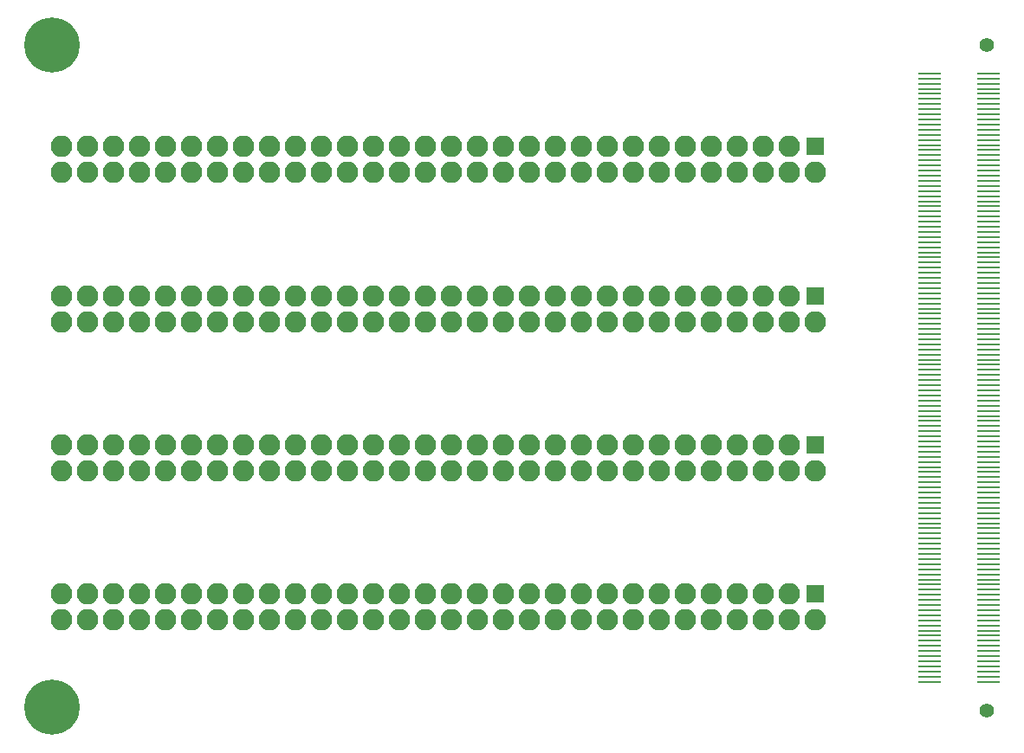
<source format=gts>
G04 #@! TF.GenerationSoftware,KiCad,Pcbnew,5.0.0-rc2-be01b52~65~ubuntu16.04.1*
G04 #@! TF.CreationDate,2018-06-10T22:33:32-04:00*
G04 #@! TF.ProjectId,meta_breakout,6D6574615F627265616B6F75742E6B69,rev?*
G04 #@! TF.SameCoordinates,Original*
G04 #@! TF.FileFunction,Soldermask,Top*
G04 #@! TF.FilePolarity,Negative*
%FSLAX46Y46*%
G04 Gerber Fmt 4.6, Leading zero omitted, Abs format (unit mm)*
G04 Created by KiCad (PCBNEW 5.0.0-rc2-be01b52~65~ubuntu16.04.1) date Sun Jun 10 22:33:32 2018*
%MOMM*%
%LPD*%
G01*
G04 APERTURE LIST*
%ADD10O,2.100000X2.100000*%
%ADD11R,1.700000X1.700000*%
%ADD12C,5.400000*%
%ADD13C,1.416000*%
%ADD14R,2.273000X0.279000*%
G04 APERTURE END LIST*
D10*
G04 #@! TO.C,J5*
X43760000Y-118900000D03*
X43760000Y-116360000D03*
X46300000Y-118900000D03*
X46300000Y-116360000D03*
X48840000Y-118900000D03*
X48840000Y-116360000D03*
X51380000Y-118900000D03*
X51380000Y-116360000D03*
X53920000Y-118900000D03*
X53920000Y-116360000D03*
X56460000Y-118900000D03*
X56460000Y-116360000D03*
X59000000Y-118900000D03*
X59000000Y-116360000D03*
X61540000Y-118900000D03*
X61540000Y-116360000D03*
X64080000Y-118900000D03*
X64080000Y-116360000D03*
X66620000Y-118900000D03*
X66620000Y-116360000D03*
X69160000Y-118900000D03*
X69160000Y-116360000D03*
X71700000Y-118900000D03*
X71700000Y-116360000D03*
X74240000Y-118900000D03*
X74240000Y-116360000D03*
X76780000Y-118900000D03*
X76780000Y-116360000D03*
X79320000Y-118900000D03*
X79320000Y-116360000D03*
X81860000Y-118900000D03*
X81860000Y-116360000D03*
X84400000Y-118900000D03*
X84400000Y-116360000D03*
X86940000Y-118900000D03*
X86940000Y-116360000D03*
X89480000Y-118900000D03*
X89480000Y-116360000D03*
X92020000Y-118900000D03*
X92020000Y-116360000D03*
X94560000Y-118900000D03*
X94560000Y-116360000D03*
X97100000Y-118900000D03*
X97100000Y-116360000D03*
X99640000Y-118900000D03*
X99640000Y-116360000D03*
X102180000Y-118900000D03*
X102180000Y-116360000D03*
X104720000Y-118900000D03*
X104720000Y-116360000D03*
X107260000Y-118900000D03*
X107260000Y-116360000D03*
X109800000Y-118900000D03*
X109800000Y-116360000D03*
X112340000Y-118900000D03*
X112340000Y-116360000D03*
X114880000Y-118900000D03*
X114880000Y-116360000D03*
X117420000Y-118900000D03*
D11*
X117420000Y-116360000D03*
G04 #@! TD*
D10*
G04 #@! TO.C,J4*
X43760000Y-104310000D03*
X43760000Y-101770000D03*
X46300000Y-104310000D03*
X46300000Y-101770000D03*
X48840000Y-104310000D03*
X48840000Y-101770000D03*
X51380000Y-104310000D03*
X51380000Y-101770000D03*
X53920000Y-104310000D03*
X53920000Y-101770000D03*
X56460000Y-104310000D03*
X56460000Y-101770000D03*
X59000000Y-104310000D03*
X59000000Y-101770000D03*
X61540000Y-104310000D03*
X61540000Y-101770000D03*
X64080000Y-104310000D03*
X64080000Y-101770000D03*
X66620000Y-104310000D03*
X66620000Y-101770000D03*
X69160000Y-104310000D03*
X69160000Y-101770000D03*
X71700000Y-104310000D03*
X71700000Y-101770000D03*
X74240000Y-104310000D03*
X74240000Y-101770000D03*
X76780000Y-104310000D03*
X76780000Y-101770000D03*
X79320000Y-104310000D03*
X79320000Y-101770000D03*
X81860000Y-104310000D03*
X81860000Y-101770000D03*
X84400000Y-104310000D03*
X84400000Y-101770000D03*
X86940000Y-104310000D03*
X86940000Y-101770000D03*
X89480000Y-104310000D03*
X89480000Y-101770000D03*
X92020000Y-104310000D03*
X92020000Y-101770000D03*
X94560000Y-104310000D03*
X94560000Y-101770000D03*
X97100000Y-104310000D03*
X97100000Y-101770000D03*
X99640000Y-104310000D03*
X99640000Y-101770000D03*
X102180000Y-104310000D03*
X102180000Y-101770000D03*
X104720000Y-104310000D03*
X104720000Y-101770000D03*
X107260000Y-104310000D03*
X107260000Y-101770000D03*
X109800000Y-104310000D03*
X109800000Y-101770000D03*
X112340000Y-104310000D03*
X112340000Y-101770000D03*
X114880000Y-104310000D03*
X114880000Y-101770000D03*
X117420000Y-104310000D03*
D11*
X117420000Y-101770000D03*
G04 #@! TD*
D10*
G04 #@! TO.C,J3*
X43760000Y-89720000D03*
X43760000Y-87180000D03*
X46300000Y-89720000D03*
X46300000Y-87180000D03*
X48840000Y-89720000D03*
X48840000Y-87180000D03*
X51380000Y-89720000D03*
X51380000Y-87180000D03*
X53920000Y-89720000D03*
X53920000Y-87180000D03*
X56460000Y-89720000D03*
X56460000Y-87180000D03*
X59000000Y-89720000D03*
X59000000Y-87180000D03*
X61540000Y-89720000D03*
X61540000Y-87180000D03*
X64080000Y-89720000D03*
X64080000Y-87180000D03*
X66620000Y-89720000D03*
X66620000Y-87180000D03*
X69160000Y-89720000D03*
X69160000Y-87180000D03*
X71700000Y-89720000D03*
X71700000Y-87180000D03*
X74240000Y-89720000D03*
X74240000Y-87180000D03*
X76780000Y-89720000D03*
X76780000Y-87180000D03*
X79320000Y-89720000D03*
X79320000Y-87180000D03*
X81860000Y-89720000D03*
X81860000Y-87180000D03*
X84400000Y-89720000D03*
X84400000Y-87180000D03*
X86940000Y-89720000D03*
X86940000Y-87180000D03*
X89480000Y-89720000D03*
X89480000Y-87180000D03*
X92020000Y-89720000D03*
X92020000Y-87180000D03*
X94560000Y-89720000D03*
X94560000Y-87180000D03*
X97100000Y-89720000D03*
X97100000Y-87180000D03*
X99640000Y-89720000D03*
X99640000Y-87180000D03*
X102180000Y-89720000D03*
X102180000Y-87180000D03*
X104720000Y-89720000D03*
X104720000Y-87180000D03*
X107260000Y-89720000D03*
X107260000Y-87180000D03*
X109800000Y-89720000D03*
X109800000Y-87180000D03*
X112340000Y-89720000D03*
X112340000Y-87180000D03*
X114880000Y-89720000D03*
X114880000Y-87180000D03*
X117420000Y-89720000D03*
D11*
X117420000Y-87180000D03*
G04 #@! TD*
D10*
G04 #@! TO.C,J2*
X43760000Y-75130000D03*
X43760000Y-72590000D03*
X46300000Y-75130000D03*
X46300000Y-72590000D03*
X48840000Y-75130000D03*
X48840000Y-72590000D03*
X51380000Y-75130000D03*
X51380000Y-72590000D03*
X53920000Y-75130000D03*
X53920000Y-72590000D03*
X56460000Y-75130000D03*
X56460000Y-72590000D03*
X59000000Y-75130000D03*
X59000000Y-72590000D03*
X61540000Y-75130000D03*
X61540000Y-72590000D03*
X64080000Y-75130000D03*
X64080000Y-72590000D03*
X66620000Y-75130000D03*
X66620000Y-72590000D03*
X69160000Y-75130000D03*
X69160000Y-72590000D03*
X71700000Y-75130000D03*
X71700000Y-72590000D03*
X74240000Y-75130000D03*
X74240000Y-72590000D03*
X76780000Y-75130000D03*
X76780000Y-72590000D03*
X79320000Y-75130000D03*
X79320000Y-72590000D03*
X81860000Y-75130000D03*
X81860000Y-72590000D03*
X84400000Y-75130000D03*
X84400000Y-72590000D03*
X86940000Y-75130000D03*
X86940000Y-72590000D03*
X89480000Y-75130000D03*
X89480000Y-72590000D03*
X92020000Y-75130000D03*
X92020000Y-72590000D03*
X94560000Y-75130000D03*
X94560000Y-72590000D03*
X97100000Y-75130000D03*
X97100000Y-72590000D03*
X99640000Y-75130000D03*
X99640000Y-72590000D03*
X102180000Y-75130000D03*
X102180000Y-72590000D03*
X104720000Y-75130000D03*
X104720000Y-72590000D03*
X107260000Y-75130000D03*
X107260000Y-72590000D03*
X109800000Y-75130000D03*
X109800000Y-72590000D03*
X112340000Y-75130000D03*
X112340000Y-72590000D03*
X114880000Y-75130000D03*
X114880000Y-72590000D03*
X117420000Y-75130000D03*
D11*
X117420000Y-72590000D03*
G04 #@! TD*
D12*
G04 #@! TO.C,REF\002A\002A*
X42850000Y-127470000D03*
G04 #@! TD*
D13*
G04 #@! TO.C,J1*
X134176000Y-127763000D03*
X134176000Y-62637000D03*
D14*
X134374000Y-115450000D03*
X134374000Y-115950000D03*
X128646000Y-118450000D03*
X128646000Y-115950000D03*
X134374000Y-116450000D03*
X134374000Y-121950000D03*
X128646000Y-116950000D03*
X128646000Y-117950000D03*
X134374000Y-120950000D03*
X134374000Y-118950000D03*
X128646000Y-120450000D03*
X128646000Y-122450000D03*
X134374000Y-118450000D03*
X128646000Y-120950000D03*
X128646000Y-119450000D03*
X128646000Y-121950000D03*
X128646000Y-123950000D03*
X128646000Y-115450000D03*
X134374000Y-122950000D03*
X134374000Y-116950000D03*
X128646000Y-116450000D03*
X134374000Y-119950000D03*
X134374000Y-117950000D03*
X128646000Y-124950000D03*
X134374000Y-117450000D03*
X128646000Y-123450000D03*
X134374000Y-119450000D03*
X134374000Y-121450000D03*
X128646000Y-117450000D03*
X134374000Y-123950000D03*
X128646000Y-121450000D03*
X128646000Y-124450000D03*
X134374000Y-120450000D03*
X134374000Y-123450000D03*
X128646000Y-119950000D03*
X128646000Y-118950000D03*
X134374000Y-124450000D03*
X134374000Y-122450000D03*
X128646000Y-122950000D03*
X134374000Y-124950000D03*
X134374000Y-102950000D03*
X128646000Y-102450000D03*
X128646000Y-111450000D03*
X134374000Y-105950000D03*
X128646000Y-114450000D03*
X134374000Y-112950000D03*
X128646000Y-111950000D03*
X134374000Y-110450000D03*
X128646000Y-105450000D03*
X134374000Y-104950000D03*
X134374000Y-111950000D03*
X134374000Y-110950000D03*
X128646000Y-110950000D03*
X128646000Y-103950000D03*
X128646000Y-108450000D03*
X134374000Y-107450000D03*
X134374000Y-90450000D03*
X134374000Y-90950000D03*
X134374000Y-105450000D03*
X128646000Y-93450000D03*
X134374000Y-103950000D03*
X128646000Y-103450000D03*
X128646000Y-113450000D03*
X128646000Y-104450000D03*
X134374000Y-107950000D03*
X128646000Y-104950000D03*
X128646000Y-109950000D03*
X128646000Y-105950000D03*
X134374000Y-112450000D03*
X134374000Y-103450000D03*
X134374000Y-113450000D03*
X128646000Y-110450000D03*
X128646000Y-107950000D03*
X134374000Y-109950000D03*
X128646000Y-90950000D03*
X134374000Y-113950000D03*
X134374000Y-114450000D03*
X134374000Y-91450000D03*
X134374000Y-96950000D03*
X128646000Y-91950000D03*
X128646000Y-92950000D03*
X134374000Y-95950000D03*
X134374000Y-93950000D03*
X128646000Y-95450000D03*
X128646000Y-97450000D03*
X128646000Y-113950000D03*
X134374000Y-93450000D03*
X128646000Y-95950000D03*
X128646000Y-94450000D03*
X128646000Y-96950000D03*
X128646000Y-98950000D03*
X134374000Y-102450000D03*
X128646000Y-90450000D03*
X134374000Y-97950000D03*
X134374000Y-111450000D03*
X128646000Y-114950000D03*
X134374000Y-91950000D03*
X134374000Y-108450000D03*
X134374000Y-109450000D03*
X134374000Y-106950000D03*
X128646000Y-109450000D03*
X128646000Y-112950000D03*
X128646000Y-112450000D03*
X128646000Y-91450000D03*
X134374000Y-114950000D03*
X128646000Y-107450000D03*
X128646000Y-106950000D03*
X128646000Y-101450000D03*
X134374000Y-101950000D03*
X134374000Y-101450000D03*
X128646000Y-101950000D03*
X134374000Y-94950000D03*
X134374000Y-92950000D03*
X128646000Y-99950000D03*
X134374000Y-92450000D03*
X128646000Y-98450000D03*
X134374000Y-94450000D03*
X134374000Y-96450000D03*
X128646000Y-92450000D03*
X134374000Y-98950000D03*
X128646000Y-96450000D03*
X128646000Y-100450000D03*
X128646000Y-99450000D03*
X134374000Y-95450000D03*
X134374000Y-98450000D03*
X128646000Y-94950000D03*
X128646000Y-93950000D03*
X134374000Y-99450000D03*
X134374000Y-97450000D03*
X128646000Y-97950000D03*
X134374000Y-100450000D03*
X134374000Y-99950000D03*
X134374000Y-106450000D03*
X128646000Y-108950000D03*
X134374000Y-108950000D03*
X134374000Y-100950000D03*
X134374000Y-104450000D03*
X128646000Y-102950000D03*
X128646000Y-100950000D03*
X128646000Y-106450000D03*
X134374000Y-89950000D03*
X128646000Y-89950000D03*
X134374000Y-89450000D03*
X128646000Y-89450000D03*
X134374000Y-88950000D03*
X128646000Y-88950000D03*
X134374000Y-88450000D03*
X128646000Y-88450000D03*
X134374000Y-87950000D03*
X128646000Y-87950000D03*
X134374000Y-87450000D03*
X128646000Y-87450000D03*
X134374000Y-86950000D03*
X128646000Y-86950000D03*
X134374000Y-86450000D03*
X128646000Y-86450000D03*
X134374000Y-85950000D03*
X128646000Y-85950000D03*
X134374000Y-85450000D03*
X128646000Y-85450000D03*
X134374000Y-84950000D03*
X128646000Y-84950000D03*
X134374000Y-84450000D03*
X128646000Y-84450000D03*
X134374000Y-83950000D03*
X128646000Y-83950000D03*
X134374000Y-83450000D03*
X128646000Y-83450000D03*
X134374000Y-82950000D03*
X128646000Y-82950000D03*
X134374000Y-82450000D03*
X128646000Y-82450000D03*
X134374000Y-81950000D03*
X128646000Y-81950000D03*
X134374000Y-81450000D03*
X128646000Y-81450000D03*
X134374000Y-80950000D03*
X128646000Y-80950000D03*
X134374000Y-80450000D03*
X128646000Y-80450000D03*
X134374000Y-79950000D03*
X128646000Y-79950000D03*
X134374000Y-79450000D03*
X128646000Y-79450000D03*
X134374000Y-78950000D03*
X128646000Y-78950000D03*
X134374000Y-78450000D03*
X128646000Y-78450000D03*
X134374000Y-77950000D03*
X128646000Y-77950000D03*
X134374000Y-77450000D03*
X128646000Y-77450000D03*
X134374000Y-76950000D03*
X128646000Y-76950000D03*
X134374000Y-76450000D03*
X128646000Y-76450000D03*
X134374000Y-75950000D03*
X128646000Y-75950000D03*
X134374000Y-75450000D03*
X128646000Y-75450000D03*
X134374000Y-74950000D03*
X128646000Y-74950000D03*
X134374000Y-74450000D03*
X128646000Y-74450000D03*
X134374000Y-73950000D03*
X128646000Y-73950000D03*
X134374000Y-73450000D03*
X128646000Y-73450000D03*
X134374000Y-72950000D03*
X128646000Y-72950000D03*
X134374000Y-72450000D03*
X128646000Y-72450000D03*
X134374000Y-71950000D03*
X128646000Y-71950000D03*
X134374000Y-71450000D03*
X128646000Y-71450000D03*
X134374000Y-70950000D03*
X128646000Y-70950000D03*
X134374000Y-70450000D03*
X128646000Y-70450000D03*
X134374000Y-69950000D03*
X128646000Y-69950000D03*
X134374000Y-69450000D03*
X128646000Y-69450000D03*
X134374000Y-68950000D03*
X128646000Y-68950000D03*
X134374000Y-68450000D03*
X128646000Y-68450000D03*
X134374000Y-67950000D03*
X128646000Y-67950000D03*
X134374000Y-67450000D03*
X128646000Y-67450000D03*
X134374000Y-66950000D03*
X128646000Y-66950000D03*
X134374000Y-66450000D03*
X128646000Y-66450000D03*
X134374000Y-65950000D03*
X128646000Y-65950000D03*
X134374000Y-65450000D03*
X128646000Y-65450000D03*
G04 #@! TD*
D12*
G04 #@! TO.C,REF\002A\002A*
X42850000Y-62700000D03*
G04 #@! TD*
M02*

</source>
